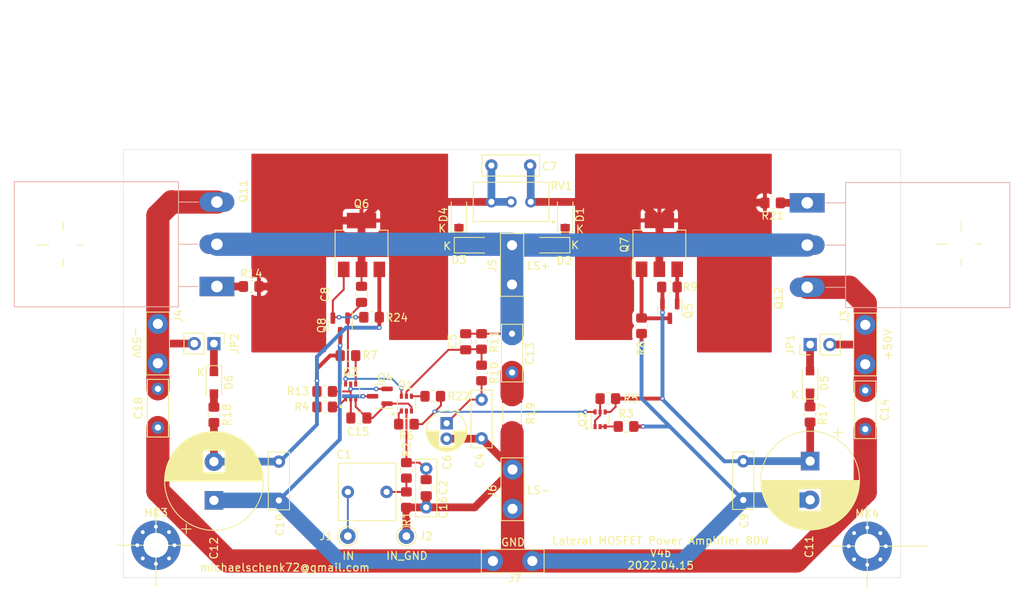
<source format=kicad_pcb>
(kicad_pcb (version 20211014) (generator pcbnew)
  (layers (0 "F.Cu" signal) (31 "B.Cu" signal) (34 "B.Paste" user) (35 "F.Paste" user) (36 "B.SilkS" user "B.Silkscreen") (37 "F.SilkS" user "F.Silkscreen") (38 "B.Mask" user) (39 "F.Mask" user) (44 "Edge.Cuts" user))
  (net 0 "")
  (net 1 "Net-(C1-Pad2)")
  (net 2 "Net-(C1-Pad1)")
  (net 3 "GND")
  (net 4 "Net-(C16-Pad1)")
  (net 5 "Net-(C4-Pad1)")
  (net 6 "Net-(C13-Pad1)")
  (net 7 "Net-(C7-Pad1)")
  (net 8 "Net-(C5-Pad2)")
  (net 9 "Net-(C11-Pad1)")
  (net 10 "Net-(C13-Pad2)")
  (net 11 "Net-(D1-Pad1)")
  (net 12 "Net-(D3-Pad1)")
  (net 13 "Net-(D5-Pad1)")
  (net 14 "Net-(D6-Pad2)")
  (net 15 "Net-(Q11-Pad1)")
  (net 16 "Net-(C14-Pad1)")
  (net 17 "Net-(Q1-Pad1)")
  (net 18 "Net-(C18-Pad2)")
  (net 19 "Net-(Q5-Pad3)")
  (net 20 "Net-(Q2-Pad2)")
  (net 21 "Net-(Q2-Pad1)")
  (net 22 "Net-(C8-Pad2)")
  (net 23 "Net-(C15-Pad1)")
  (net 24 "Net-(Q1-Pad4)")
  (net 25 "Net-(C15-Pad2)")
  (net 26 "Net-(D5-Pad2)")
  (net 27 "Net-(Q3-Pad1)")
  (net 28 "Net-(D6-Pad1)")
  (net 29 "Net-(Q5-Pad1)")
  (net 30 "Net-(Q2-Pad6)")
  (net 31 "Net-(Q12-Pad1)")
  (net 32 "Net-(Q3-Pad4)")
  (net 33 "Net-(Q6-Pad1)")
  (net 34 "Net-(C7-Pad2)")
  (net 35 "Net-(C10-Pad2)")
  (footprint "Capacitor_THT:C_Rect_L7.2mm_W7.2mm_P5.00mm_FKS2_FKP2_MKS2_MKP2" (layer "F.Cu") (at 143.19 88.7476 180)
    (fp_text reference "C1")
    (fp_text value "3.3uF")
  )
  (footprint "Capacitor_SMD:C_0805_2012Metric_Pad1.18x1.45mm_HandSolder" (layer "F.Cu") (at 148.3 88.2 -90)
    (fp_text reference "C2")
    (fp_text value "470p")
  )
  (footprint "Capacitor_THT:CP_Radial_D5.0mm_P2.00mm" (layer "F.Cu") (at 150.9395 79.883 -90)
    (fp_text reference "C4")
    (fp_text value "47u/16V")
  )
  (footprint "Capacitor_SMD:C_0805_2012Metric_Pad1.18x1.45mm_HandSolder" (layer "F.Cu") (at 153.4 69.3625 -90)
    (fp_text reference "C5")
    (fp_text value "10p")
  )
  (footprint "Capacitor_THT:C_Rect_L7.2mm_W2.5mm_P5.00mm_FKS2_FKP2_MKS2_MKP2" (layer "F.Cu") (at 155.448 76.835 -90)
    (fp_text reference "C6")
    (fp_text value "100n")
  )
  (footprint "Capacitor_THT:C_Rect_L7.2mm_W2.5mm_P5.00mm_FKS2_FKP2_MKS2_MKP2" (layer "F.Cu") (at 189.23 84.789 -90)
    (fp_text reference "C9")
    (fp_text value "100n")
  )
  (footprint "Capacitor_THT:CP_Radial_D12.5mm_P5.00mm" (layer "F.Cu") (at 197.866 84.7725 -90)
    (fp_text reference "C11")
    (fp_text value "220u/100V")
  )
  (footprint "Capacitor_THT:C_Rect_L7.2mm_W2.5mm_P5.00mm_FKS2_FKP2_MKS2_MKP2" (layer "F.Cu") (at 159.385 68.326 -90)
    (fp_text reference "C13")
    (fp_text value "22n")
  )
  (footprint "Diode_SMD:D_SOD-123" (layer "F.Cu") (at 166.243 52.958 90)
    (fp_text reference "D1")
    (fp_text value "1N914")
  )
  (footprint "Diode_SMD:D_SOD-123" (layer "F.Cu") (at 164.592 56.896 180)
    (fp_text reference "D2")
    (fp_text value "12V/0.5W")
  )
  (footprint "Diode_SMD:D_SOD-123" (layer "F.Cu") (at 154.178 56.896)
    (fp_text reference "D3")
    (fp_text value "1N914")
  )
  (footprint "Diode_SMD:D_SOD-123" (layer "F.Cu") (at 152.527 52.958 90)
    (fp_text reference "D4")
    (fp_text value "12V/0.5W")
  )
  (footprint "Diode_SMD:D_SOD-123F" (layer "F.Cu") (at 197.85 74.55 90)
    (fp_text reference "D5")
    (fp_text value "SM4002PL-TP")
  )
  (footprint "Connector_Pin:Pin_D1.0mm_L10.0mm" (layer "F.Cu") (at 138.19 94.4585)
    (fp_text reference "J1")
    (fp_text value "Conn_01x01")
  )
  (footprint "Connector_Pin:Pin_D1.0mm_L10.0mm" (layer "F.Cu") (at 145.7465 94.4585)
    (fp_text reference "J2")
    (fp_text value "Conn_01x01")
  )
  (footprint "kicad-snk:TE-726386-2_Pitch5.08mm_Drill1.3mm" (layer "F.Cu") (at 204.978 72.263 90)
    (fp_text reference "J3")
    (fp_text value "+50V")
  )
  (footprint "kicad-snk:TE-726386-2_Pitch5.08mm_Drill1.3mm" (layer "F.Cu") (at 159.385 56.896 -90)
    (fp_text reference "J5")
    (fp_text value "LS+")
  )
  (footprint "kicad-snk:TE-726386-2_Pitch5.08mm_Drill1.3mm" (layer "F.Cu") (at 159.4485 85.852 -90)
    (fp_text reference "J6")
    (fp_text value "LS-")
  )
  (footprint "kicad-snk:TE-726386-2_Pitch5.08mm_Drill1.3mm" (layer "F.Cu") (at 156.9212 97.663)
    (fp_text reference "J7")
    (fp_text value "GND")
  )
  (footprint "MountingHole:MountingHole_3.2mm_M3_Pad_Via" (layer "F.Cu") (at 113.411 95.631)
    (fp_text reference "MK3")
    (fp_text value "Mounting_Hole_PAD")
  )
  (footprint "MountingHole:MountingHole_3.2mm_M3_Pad_Via" (layer "F.Cu") (at 205.232 95.758)
    (fp_text reference "MK4")
    (fp_text value "Mounting_Hole_PAD")
  )
  (footprint "Resistor_SMD:R_0805_2012Metric_Pad1.20x1.40mm_HandSolder" (layer "F.Cu") (at 145.7465 89.7435 -90)
    (fp_text reference "R1")
    (fp_text value "33k")
  )
  (footprint "Resistor_SMD:R_0805_2012Metric_Pad1.20x1.40mm_HandSolder" (layer "F.Cu") (at 145.7465 85.9655 -90)
    (fp_text reference "R2")
    (fp_text value "470R")
  )
  (footprint "Resistor_SMD:R_0805_2012Metric_Pad1.20x1.40mm_HandSolder" (layer "F.Cu") (at 174.1 80.3)
    (fp_text reference "R3")
    (fp_text value "47k")
  )
  (footprint "Resistor_SMD:R_0805_2012Metric_Pad1.20x1.40mm_HandSolder" (layer "F.Cu") (at 171.75 76.7 180)
    (fp_text reference "R5")
    (fp_text value "180R")
  )
  (footprint "Resistor_SMD:R_0805_2012Metric_Pad1.20x1.40mm_HandSolder" (layer "F.Cu") (at 145.75 80 180)
    (fp_text reference "R6")
    (fp_text value "100R")
  )
  (footprint "Resistor_SMD:R_0805_2012Metric_Pad1.20x1.40mm_HandSolder" (layer "F.Cu") (at 155.448 73.39 -90)
    (fp_text reference "R10")
    (fp_text value "1k")
  )
  (footprint "Resistor_SMD:R_0805_2012Metric_Pad1.20x1.40mm_HandSolder" (layer "F.Cu") (at 155.448 69.326 -90)
    (fp_text reference "R11")
    (fp_text value "33k")
  )
  (footprint "Resistor_SMD:R_0805_2012Metric_Pad1.20x1.40mm_HandSolder" (layer "F.Cu") (at 125.714 62.23)
    (fp_text reference "R14")
    (fp_text value "220R")
  )
  (footprint "Resistor_SMD:R_0805_2012Metric_Pad1.20x1.40mm_HandSolder" (layer "F.Cu") (at 197.85 78.75 90)
    (fp_text reference "R17")
    (fp_text value "100R")
  )
  (footprint "Resistor_SMD:R_MELF_MMB-0207" (layer "F.Cu") (at 159.385 78.65 -90)
    (fp_text reference "R19")
    (fp_text value "6.8R/1W")
  )
  (footprint "Resistor_SMD:R_0805_2012Metric_Pad1.20x1.40mm_HandSolder" (layer "F.Cu") (at 193.024 51.435 180)
    (fp_text reference "R21")
    (fp_text value "220R")
  )
  (footprint "Capacitor_THT:C_Rect_L7.2mm_W2.5mm_P5.00mm_FKS2_FKP2_MKS2_MKP2" (layer "F.Cu") (at 204.978 75.645 -90)
    (fp_text reference "C14")
    (fp_text value "100n")
  )
  (footprint "Resistor_SMD:R_0805_2012Metric_Pad1.20x1.40mm_HandSolder" (layer "F.Cu") (at 120.9 78.8 -90)
    (fp_text reference "R18")
    (fp_text value "100R")
  )
  (footprint "Capacitor_THT:C_Rect_L7.2mm_W2.5mm_P5.00mm_FKS2_FKP2_MKS2_MKP2" (layer "F.Cu") (at 129.286 89.836 90)
    (fp_text reference "C10")
    (fp_text value "100n")
  )
  (footprint "Capacitor_THT:CP_Radial_D12.5mm_P5.00mm" (layer "F.Cu") (at 120.904 89.836 90)
    (fp_text reference "C12")
    (fp_text value "220u/100V")
  )
  (footprint "Resistor_SMD:R_0805_2012Metric_Pad1.20x1.40mm_HandSolder" (layer "F.Cu") (at 138.2 71.15 180)
    (fp_text reference "R7")
    (fp_text value "68")
  )
  (footprint "Resistor_SMD:R_0805_2012Metric_Pad1.20x1.40mm_HandSolder" (layer "F.Cu") (at 135.2 77.775 180)
    (fp_text reference "R4")
    (fp_text value "68")
  )
  (footprint "Package_TO_SOT_SMD:SOT-23" (layer "F.Cu") (at 179.75 65.4 -90)
    (fp_text reference "Q5")
    (fp_text value "BC856B")
  )
  (footprint "Package_TO_SOT_SMD:SOT-223-3_TabPin2" (layer "F.Cu") (at 139.954 56.871 90)
    (fp_text reference "Q6")
    (fp_text value "DZT5551")
  )
  (footprint "Package_TO_SOT_SMD:SOT-363_SC-70-6" (layer "F.Cu") (at 145.75 77.35 90)
    (fp_text reference "Q1")
    (fp_text value "BCM856BS,115")
  )
  (footprint "Package_TO_SOT_SMD:SOT-363_SC-70-6" (layer "F.Cu") (at 170.7515 79.3695 90)
    (fp_text reference "Q2")
    (fp_text value "BCM856BS,115")
  )
  (footprint "kicad-snk:TE-726386-2_Pitch5.08mm_Drill1.3mm" (layer "F.Cu") (at 113.665 72.136 90)
    (fp_text reference "J4")
    (fp_text value "-50V")
  )
  (footprint "Capacitor_THT:C_Rect_L7.2mm_W2.5mm_P5.00mm_FKS2_FKP2_MKS2_MKP2" (layer "F.Cu") (at 113.665 80.438 90)
    (fp_text reference "C18")
    (fp_text value "100n")
  )
  (footprint "Diode_SMD:D_SOD-123F" (layer "F.Cu") (at 120.9 74.65 -90)
    (fp_text reference "D6")
    (fp_text value "SM4002PL-TP")
  )
  (footprint "Capacitor_THT:C_Rect_L7.2mm_W2.5mm_P5.00mm_FKS2_FKP2_MKS2_MKP2" (layer "F.Cu") (at 156.718 46.609)
    (fp_text reference "C7")
    (fp_text value "100n")
  )
  (footprint "Potentiometer_THT:Potentiometer_Bourns_3296W_Vertical" (layer "F.Cu") (at 161.798 51.308)
    (fp_text reference "RV1")
    (fp_text value "200R")
  )
  (footprint "Resistor_SMD:R_0805_2012Metric_Pad1.20x1.40mm_HandSolder" (layer "F.Cu") (at 179.7 62.3)
    (fp_text reference "R9")
    (fp_text value "75R")
  )
  (footprint "Package_TO_SOT_SMD:SOT-363_SC-70-6" (layer "F.Cu") (at 138.55 75.775 90)
    (fp_text reference "Q3")
    (fp_text value "BCM846BS,115")
  )
  (footprint "Capacitor_THT:C_Rect_L7.2mm_W2.5mm_P5.00mm_FKS2_FKP2_MKS2_MKP2" (layer "F.Cu") (at 148.3 85.7375 -90)
    (fp_text reference "C16")
    (fp_text value "1n")
  )
  (footprint "Resistor_SMD:R_0805_2012Metric_Pad1.20x1.40mm_HandSolder" (layer "F.Cu") (at 149.15 76.4 180)
    (fp_text reference "R22")
    (fp_text value "100R")
  )
  (footprint "Resistor_SMD:R_0805_2012Metric_Pad1.20x1.40mm_HandSolder" (layer "F.Cu") (at 141.25 66.2)
    (fp_text reference "R24")
    (fp_text value "1k")
  )
  (footprint "Capacitor_SMD:C_0805_2012Metric_Pad1.18x1.45mm_HandSolder" (layer "F.Cu") (at 139.6125 79.2 180)
    (fp_text reference "C15")
    (fp_text value "1n")
  )
  (footprint "Package_TO_SOT_SMD:SOT-223-3_TabPin2" (layer "F.Cu") (at 178.4 56.85 90)
    (fp_text reference "Q7")
    (fp_text value "DZT5401")
  )
  (footprint "Capacitor_SMD:C_0805_2012Metric_Pad1.18x1.45mm_HandSolder" (layer "F.Cu") (at 139.954 63.2421 -90)
    (fp_text reference "C8")
    (fp_text value "27p")
  )
  (footprint "Resistor_SMD:R_0805_2012Metric_Pad1.20x1.40mm_HandSolder" (layer "F.Cu") (at 135.2 75.775 180)
    (fp_text reference "R13")
    (fp_text value "1k")
  )
  (footprint "Package_TO_SOT_SMD:SOT-23" (layer "F.Cu") (at 142.3125 76.4 180)
    (fp_text reference "Q4")
    (fp_text value "BC846B")
  )
  (footprint "Connector_PinHeader_2.54mm:PinHeader_1x02_P2.54mm_Vertical" (layer "F.Cu") (at 197.866 69.723 90)
    (fp_text reference "JP1")
    (fp_text value "Jump")
  )
  (footprint "Package_TO_SOT_SMD:SOT-23" (layer "F.Cu") (at 137.2 67.25 -90)
    (fp_text reference "Q8")
    (fp_text value "BC846B")
  )
  (footprint "Connector_PinHeader_2.54mm:PinHeader_1x02_P2.54mm_Vertical" (layer "F.Cu") (at 120.904 69.596 -90)
    (fp_text reference "JP2")
    (fp_text value "Jump")
  )
  (footprint "Resistor_SMD:R_0805_2012Metric_Pad1.20x1.40mm_HandSolder" (layer "F.Cu") (at 176.1 67.3 -90)
    (fp_text reference "R8")
    (fp_text value "47k")
  )
  (footprint "Package_TO_SOT_THT:TO-247-3_Horizontal_TabUp" (layer "B.Cu") (at 121.285 62.23 90)
    (fp_text reference "Q11")
    (fp_text value "ECX10P20")
  )
  (footprint "Package_TO_SOT_THT:TO-247-3_Horizontal_TabUp" (layer "B.Cu") (at 197.485 51.435 -90)
    (fp_text reference "Q12")
    (fp_text value "ECX10N20")
  )
  (gr_line (start 98.1075 56.896) (end 104.0765 56.896) (layer "F.SilkS") (width 0.12))
  (gr_line (start 101.4095 53.9115) (end 101.4095 59.6265) (layer "F.SilkS") (width 0.12))
  (gr_line (start 213.106 95.758) (end 200.533 95.758) (layer "F.SilkS") (width 0.12))
  (gr_line (start 117.983 95.631) (end 108.331 95.631) (layer "F.SilkS") (width 0.12))
  (gr_line (start 205.232 101.219) (end 205.232 90.551) (layer "F.SilkS") (width 0.12))
  (gr_line (start 217.3605 53.7845) (end 217.3605 59.4995) (layer "F.SilkS") (width 0.12))
  (gr_line (start 214.0585 56.769) (end 220.0275 56.769) (layer "F.SilkS") (width 0.12))
  (gr_line (start 113.411 90.551) (end 113.411 100.838) (layer "F.SilkS") (width 0.12))
  (gr_line (start 113.411 100.838) (end 113.538 100.711) (layer "F.SilkS") (width 0.12))
  (gr_line (start 109.22 99.822) (end 209.55 99.822) (layer "Edge.Cuts") (width 0.05))
  (gr_line (start 109.22 44.577) (end 109.22 99.822) (layer "Edge.Cuts") (width 0.05))
  (gr_line (start 209.55 44.577) (end 209.55 99.822) (layer "Edge.Cuts") (width 0.05))
  (gr_line (start 109.22 44.577) (end 209.55 44.577) (layer "Edge.Cuts") (width 0.05))
  (gr_text "GND" (at 159.512 95.25) (layer "F.SilkS") (effects (font (size 1 1))))
  (gr_text "-50V" (at 110.871 69.469 -90) (layer "F.SilkS") (effects (font (size 1 1))))
  (gr_text "°" (at 164.7 54.3) (layer "F.SilkS") (effects (font (size 1 1))))
  (gr_text "°" (at 169.037 80.957) (layer "F.SilkS") (effects (font (size 1 1))))
  (gr_text "°" (at 144.018 79.121) (layer "F.SilkS") (effects (font (size 1 1))))
  (gr_text "IN" (at 138.25 97) (layer "F.SilkS") (effects (font (size 1 1))))
  (gr_text "LS+" (at 162.814 59.563) (layer "F.SilkS") (effects (font (size 1 1))))
  (gr_text "K" (at 119.2 73.3) (layer "F.SilkS") (effects (font (size 1 1))))
  (gr_text "+50V" (at 207.899 69.723 90) (layer "F.SilkS") (effects (font (size 1 1))))
  (gr_text "IN_GND" (at 145.81 96.9985) (layer "F.SilkS") (effects (font (size 1 1))))
  (gr_text "°" (at 137.287 78.105) (layer "F.SilkS") (effects (font (size 1 1))))
  (gr_text "K" (at 167.513 56.896) (layer "F.SilkS") (effects (font (size 1 1))))
  (gr_text "michaelschenk72@gmail.com" (at 130.05 98.5) (layer "F.SilkS") (effects (font (size 1 1))))
  (gr_text "K" (at 195.9 76.25) (layer "F.SilkS") (effects (font (size 1 1))))
  (gr_text "K" (at 151.003 57.023) (layer "F.SilkS") (effects (font (size 1 1))))
  (gr_text "Lateral MOSFET Power Amplifier 80W\nV4b\n2022.04.15" (at 178.562 96.647) (layer "F.SilkS") (effects (font (size 1 1))))
  (gr_text "K" (at 168.148 54.864) (layer "F.SilkS") (effects (font (size 1 1))))
  (gr_text "K" (at 150.368 54.737) (layer "F.SilkS") (effects (font (size 1 1))))
  (gr_text "LS-" (at 162.814 88.519) (layer "F.SilkS") (effects (font (size 1 1))))
  (segment (start 138.19 94.4585) (end 138.19 88.7476) (width 0.25) (layer "B.Cu") (net 1))
  (segment (start 143.19 88.7476) (end 145.7424 88.7476) (width 0.25) (layer "F.Cu") (net 2))
  (segment (start 145.7465 88.7435) (end 145.7465 86.9655) (width 0.25) (layer "F.Cu") (net 2))
  (segment (start 150.9395 81.883) (end 155.4 81.883) (width 1) (layer "F.Cu") (net 3))
  (segment (start 156.9212 97.663) (end 122.695002 97.663) (width 3) (layer "F.Cu") (net 3))
  (segment (start 148.3 90.7375) (end 154.563 90.7375) (width 1) (layer "F.Cu") (net 3))
  (segment (start 204.978 88.759998) (end 204.978 80.645) (width 3) (layer "F.Cu") (net 3))
  (segment (start 145.7465 90.7435) (end 148.652 90.7435) (width 1) (layer "F.Cu") (net 3))
  (segment (start 148.3 90.7375) (end 148.3 89.2375) (width 1) (layer "F.Cu") (net 3))
  (segment (start 160.528 97.663) (end 156.9212 97.663) (width 3) (layer "F.Cu") (net 3))
  (segment (start 154.563 90.7375) (end 159.4485 85.852) (width 1) (layer "F.Cu") (net 3))
  (segment (start 159.4485 85.8355) (end 155.448 81.835) (width 1) (layer "F.Cu") (net 3))
  (segment (start 137.2 68.1875) (end 137.2 69.85) (width 0.5) (layer "F.Cu") (net 3))
  (segment (start 196.074998 97.663) (end 204.978 88.759998) (width 3) (layer "F.Cu") (net 3))
  (segment (start 159.4485 96.5835) (end 160.528 97.663) (width 3) (layer "F.Cu") (net 3))
  (segment (start 113.665 80.438) (end 113.665 88.632998) (width 3) (layer "F.Cu") (net 3))
  (segment (start 162.0012 97.663) (end 196.074998 97.663) (width 3) (layer "F.Cu") (net 3))
  (segment (start 159.385 81.1) (end 159.385 85.7885) (width 3) (layer "F.Cu") (net 3))
  (segment (start 175.1 80.3) (end 176.3 80.3) (width 0.5) (layer "F.Cu") (net 3))
  (segment (start 162.0012 97.663) (end 160.528 97.663) (width 3) (layer "F.Cu") (net 3))
  (segment (start 159.4485 90.932) (end 159.4485 96.5835) (width 3) (layer "F.Cu") (net 3))
  (segment (start 176.1 68.3) (end 176.1 69.5) (width 0.5) (layer "F.Cu") (net 3))
  (segment (start 113.665 88.632998) (end 122.695002 97.663) (width 3) (layer "F.Cu") (net 3))
  (segment (start 145.7465 94.4585) (end 145.7465 90.7435) (width 1) (layer "F.Cu") (net 3))
  (segment (start 141.375 76.4) (end 140.15 76.4) (width 0.25) (layer "F.Cu") (net 3))
  (segment (start 159.4485 85.852) (end 159.4485 90.932) (width 3) (layer "F.Cu") (net 3))
  (via (at 140.15 76.4) (size 0.6) (drill 0.3) (layers "F.Cu" "B.Cu") (net 3))
  (via (at 176.3 80.3) (size 0.6) (drill 0.3) (layers "F.Cu" "B.Cu") (net 3))
  (via (at 176.1 69.5) (size 0.6) (drill 0.3) (layers "F.Cu" "B.Cu") (net 3))
  (via (at 137.2 69.85) (size 0.6) (drill 0.3) (layers "F.Cu" "B.Cu") (net 3))
  (segment (start 137.150978 76.4) (end 137.150489 76.399511) (width 0.5) (layer "B.Cu") (net 3))
  (segment (start 137.150489 69.899511) (end 137.150489 76.399511) (width 0.5) (layer "B.Cu") (net 3))
  (segment (start 162.0012 97.663) (end 181.356 97.663) (width 2) (layer "B.Cu") (net 3))
  (segment (start 181.356 97.663) (end 189.23 89.789) (width 2) (layer "B.Cu") (net 3))
  (segment (start 179.65 80.3) (end 179.6955 80.2545) (width 0.5) (layer "B.Cu") (net 3))
  (segment (start 176.1 76.659) (end 176.1 69.5) (width 0.5) (layer "B.Cu") (net 3))
  (segment (start 176.3 80.3) (end 179.65 80.3) (width 0.5) (layer "B.Cu") (net 3))
  (segment (start 129.286 89.836) (end 137.15 97.7) (width 2) (layer "B.Cu") (net 3))
  (segment (start 156.9212 97.663) (end 137.187 97.663) (width 2) (layer "B.Cu") (net 3))
  (segment (start 137.150489 81.971511) (end 129.286 89.836) (width 0.5) (layer "B.Cu") (net 3))
  (segment (start 137.2 69.85) (end 137.150489 69.899511) (width 0.5) (layer "B.Cu") (net 3))
  (segment (start 189.23 89.789) (end 197.8495 89.789) (width 2) (layer "B.Cu") (net 3))
  (segment (start 189.23 89.789) (end 179.6955 80.2545) (width 0.5) (layer "B.Cu") (net 3))
  (segment (start 137.150489 76.399511) (end 137.150489 81.971511) (width 0.5) (layer "B.Cu") (net 3))
  (segment (start 137.187 97.663) (end 137.15 97.7) (width 2) (layer "B.Cu") (net 3))
  (segment (start 140.15 76.4) (end 137.150978 76.4) (width 0.5) (layer "B.Cu") (net 3))
  (segment (start 129.286 89.836) (end 120.904 89.836) (width 2) (layer "B.Cu") (net 3))
  (segment (start 179.6955 80.2545) (end 176.1 76.659) (width 0.5) (layer "B.Cu") (net 3))
  (segment (start 147.428 84.9655) (end 148.2 85.7375) (width 0.25) (layer "F.Cu") (net 4))
  (segment (start 148.3 87.1625) (end 148.3 85.7375) (width 0.25) (layer "F.Cu") (net 4))
  (segment (start 145.7465 84.9655) (end 145.7465 80.615993) (width 0.25) (layer "F.Cu") (net 4))
  (segment (start 145.7465 84.9655) (end 147.428 84.9655) (width 0.25) (layer "F.Cu") (net 4))
  (segment (start 145.7465 80.615993) (end 145.75 80.612493) (width 0.25) (layer "F.Cu") (net 4))
  (segment (start 145.75 78.3) (end 145.75 80.612493) (width 0.25) (layer "F.Cu") (net 4))
  (segment (start 155.448 76.835) (end 153.9875 76.835) (width 0.25) (layer "F.Cu") (net 5))
  (segment (start 153.9875 76.835) (end 150.9395 79.883) (width 0.25) (layer "F.Cu") (net 5))
  (segment (start 155.448 76.835) (end 155.448 74.39) (width 0.25) (layer "F.Cu") (net 5))
  (segment (start 155.448 68.326) (end 153.401 68.326) (width 0.25) (layer "F.Cu") (net 6))
  (segment (start 162.942 56.896) (end 159.385 56.896) (width 1) (layer "F.Cu") (net 6))
  (segment (start 159.385 68.326) (end 155.448 68.326) (width 0.25) (layer "F.Cu") (net 6))
  (segment (start 155.828 56.896) (end 159.385 56.896) (width 1) (layer "F.Cu") (net 6))
  (segment (start 159.385 61.976) (end 159.385 68.326) (width 3) (layer "B.Cu") (net 6))
  (segment (start 159.396 56.885) (end 197.485 56.885) (width 3) (layer "B.Cu") (net 6))
  (segment (start 159.385 56.896) (end 159.385 61.976) (width 3) (layer "B.Cu") (net 6))
  (segment (start 159.269 56.78) (end 121.285 56.78) (width 3) (layer "B.Cu") (net 6))
  (segment (start 128.27 62.23) (end 126.714 62.23) (width 1) (layer "F.Cu") (net 7))
  (segment (start 139.954 62.2046) (end 139.954 60.021) (width 0.25) (layer "F.Cu") (net 7))
  (segment (start 139.954 60.021) (end 139.954 53.721) (width 1) (layer "F.Cu") (net 7))
  (segment (start 156.718 51.308) (end 152.527 51.308) (width 1) (layer "F.Cu") (net 7))
  (segment (start 136.779 53.721) (end 128.27 62.23) (width 1) (layer "F.Cu") (net 7))
  (segment (start 152.527 51.308) (end 142.367 51.308) (width 1) (layer "F.Cu") (net 7))
  (segment (start 142.367 51.308) (end 139.954 53.721) (width 1) (layer "F.Cu") (net 7))
  (segment (start 139.954 53.721) (end 136.779 53.721) (width 1) (layer "F.Cu") (net 7))
  (segment (start 159.258 51.308) (end 156.718 51.308) (width 1) (layer "B.Cu") (net 7))
  (segment (start 156.718 51.308) (end 156.718 46.609) (width 1) (layer "B.Cu") (net 7))
  (segment (start 155.448 72.39) (end 155.448 70.326) (width 0.25) (layer "F.Cu") (net 8))
  (segment (start 151.175 70.4) (end 153.4 70.4) (width 0.25) (layer "F.Cu") (net 8))
  (segment (start 145.75 76.4) (end 145.75 75.825) (width 0.25) (layer "F.Cu") (net 8))
  (segment (start 155.448 70.326) (end 153.474 70.326) (width 0.25) (layer "F.Cu") (net 8))
  (segment (start 145.75 75.825) (end 151.175 70.4) (width 0.25) (layer "F.Cu") (net 8))
  (segment (start 178.8 64.4625) (end 178.8 65.588) (width 0.5) (layer "F.Cu") (net 9))
  (segment (start 172.0805 78.4195) (end 171.4015 78.4195) (width 0.25) (layer "F.Cu") (net 9))
  (segment (start 172.75 77.75) (end 172.0805 78.4195) (width 0.25) (layer "F.Cu") (net 9))
  (segment (start 197.866 84.7725) (end 197.866 79.766) (width 1) (layer "F.Cu") (net 9))
  (segment (start 172.75 76.7) (end 172.75 77.75) (width 0.25) (layer "F.Cu") (net 9))
  (segment (start 172.75 76.7) (end 178.8 76.7) (width 0.5) (layer "F.Cu") (net 9))
  (segment (start 178.8 64.4625) (end 178.8 62.4) (width 0.5) (layer "F.Cu") (net 9))
  (via (at 178.8 76.7) (size 0.6) (drill 0.3) (layers "F.Cu" "B.Cu") (net 9))
  (via (at 178.8 65.588) (size 0.6) (drill 0.3) (layers "F.Cu" "B.Cu") (net 9))
  (segment (start 178.8 65.588) (end 178.8 76.7) (width 0.5) (layer "B.Cu") (net 9))
  (segment (start 189.23 84.789) (end 186.789 84.789) (width 0.5) (layer "B.Cu") (net 9))
  (segment (start 197.866 84.7725) (end 189.2465 84.7725) (width 1) (layer "B.Cu") (net 9))
  (segment (start 186.789 84.789) (end 178.75 76.75) (width 0.5) (layer "B.Cu") (net 9))
  (segment (start 178.8 76.7) (end 178.75 76.75) (width 0.5) (layer "B.Cu") (net 9))
  (segment (start 159.385 73.326) (end 159.385 76.2) (width 3) (layer "F.Cu") (net 10))
  (segment (start 166.243 56.895) (end 166.242 56.896) (width 1) (layer "F.Cu") (net 11))
  (segment (start 166.243 54.608) (end 166.243 56.895) (width 1) (layer "F.Cu") (net 11))
  (segment (start 152.528 56.896) (end 152.528 54.609) (width 1) (layer "F.Cu") (net 12))
  (segment (start 152.528 54.609) (end 152.527 54.608) (width 1) (layer "F.Cu") (net 12))
  (segment (start 197.85 77.75) (end 197.85 75.95) (width 1) (layer "F.Cu") (net 13))
  (segment (start 120.9 77.8) (end 120.9 76.05) (width 1) (layer "F.Cu") (net 14))
  (segment (start 121.285 62.23) (end 124.714 62.23) (width 1) (layer "F.Cu") (net 15))
  (segment (start 202.924 62.335) (end 197.485 62.335) (width 3) (layer "F.Cu") (net 16))
  (segment (start 200.406 69.723) (end 204.597 69.723) (width 1) (layer "F.Cu") (net 16))
  (segment (start 204.597 69.723) (end 204.978 70.104) (width 1) (layer "F.Cu") (net 16))
  (segment (start 204.978 67.183) (end 204.978 70.104) (width 3) (layer "F.Cu") (net 16))
  (segment (start 204.978 72.263) (end 204.978 75.645) (width 3) (layer "F.Cu") (net 16))
  (segment (start 204.978 70.104) (end 204.978 72.263) (width 3) (layer "F.Cu") (net 16))
  (segment (start 204.978 64.389) (end 202.924 62.335) (width 3) (layer "F.Cu") (net 16))
  (segment (start 204.978 67.183) (end 204.978 64.389) (width 3) (layer "F.Cu") (net 16))
  (segment (start 144.75 80) (end 144.75 78.65) (width 0.25) (layer "F.Cu") (net 17))
  (segment (start 144.75 78.65) (end 145.1 78.3) (width 0.25) (layer "F.Cu") (net 17))
  (segment (start 114.554 69.596) (end 113.665 70.485) (width 1) (layer "F.Cu") (net 18))
  (segment (start 113.665 53.086) (end 115.443 51.308) (width 3) (layer "F.Cu") (net 18))
  (segment (start 113.665 75.438) (end 113.665 72.136) (width 3) (layer "F.Cu") (net 18))
  (segment (start 113.665 72.136) (end 113.665 70.485) (width 3) (layer "F.Cu") (net 18))
  (segment (start 113.665 70.485) (end 113.665 67.056) (width 3) (layer "F.Cu") (net 18))
  (segment (start 113.665 67.056) (end 113.665 53.086) (width 3) (layer "F.Cu") (net 18))
  (segment (start 115.465 51.33) (end 121.285 51.33) (width 3) (layer "F.Cu") (net 18))
  (segment (start 115.443 51.308) (end 115.465 51.33) (width 3) (layer "F.Cu") (net 18))
  (segment (start 118.364 69.596) (end 114.554 69.596) (width 1) (layer "F.Cu") (net 18))
  (segment (start 179.75 66.3375) (end 176.1375 66.3375) (width 0.5) (layer "F.Cu") (net 19))
  (segment (start 176.1 66.3) (end 176.1 60) (width 0.5) (layer "F.Cu") (net 19))
  (segment (start 173.1 80.3) (end 171.421 80.3) (width 0.25) (layer "F.Cu") (net 20))
  (segment (start 170.7515 80.3195) (end 171.4015 80.3195) (width 0.25) (layer "F.Cu") (net 20))
  (segment (start 170.7515 78.879502) (end 170.7515 78.4195) (width 0.25) (layer "F.Cu") (net 21))
  (segment (start 170.7515 78.4195) (end 170.7515 76.7015) (width 0.25) (layer "F.Cu") (net 21))
  (segment (start 170.1015 80.3195) (end 170.1015 79.529502) (width 0.25) (layer "F.Cu") (net 21))
  (segment (start 170.1015 79.529502) (end 170.7515 78.879502) (width 0.25) (layer "F.Cu") (net 21))
  (segment (start 137.9 73.425) (end 138.2 73.125) (width 0.25) (layer "F.Cu") (net 22))
  (segment (start 139.954 64.5085) (end 138.15 66.3125) (width 0.25) (layer "F.Cu") (net 22))
  (segment (start 137.9 74.15) (end 137.9 73.425) (width 0.25) (layer "F.Cu") (net 22))
  (segment (start 138.2 73.125) (end 138.2 66.3625) (width 0.25) (layer "F.Cu") (net 22))
  (segment (start 145.1 76.4) (end 145.1 75.35) (width 0.25) (layer "F.Cu") (net 22))
  (segment (start 137.9 74.825) (end 137.9 74.15) (width 0.25) (layer "F.Cu") (net 22))
  (via (at 137.9 74.15) (size 0.6) (drill 0.3) (layers "F.Cu" "B.Cu") (net 22))
  (via (at 145.1 75.35) (size 0.6) (drill 0.3) (layers "F.Cu" "B.Cu") (net 22))
  (segment (start 143.9 74.15) (end 137.9 74.15) (width 0.25) (layer "B.Cu") (net 22))
  (segment (start 145.1 75.35) (end 143.9 74.15) (width 0.25) (layer "B.Cu") (net 22))
  (segment (start 141.4 79.2) (end 140.65 79.2) (width 0.25) (layer "F.Cu") (net 23))
  (segment (start 143.25 77.35) (end 141.4 79.2) (width 0.25) (layer "F.Cu") (net 23))
  (segment (start 145.974022 77.35) (end 146.4 77.775978) (width 0.25) (layer "F.Cu") (net 23))
  (segment (start 146.4 77.775978) (end 146.4 78.3) (width 0.25) (layer "F.Cu") (net 23))
  (segment (start 139.2 76.725) (end 139.2 77.75) (width 0.25) (layer "F.Cu") (net 23))
  (segment (start 139.2 77.75) (end 140.65 79.2) (width 0.25) (layer "F.Cu") (net 23))
  (segment (start 143.25 77.35) (end 145.974022 77.35) (width 0.25) (layer "F.Cu") (net 23))
  (segment (start 148.15 76.4) (end 146.4 76.4) (width 0.25) (layer "F.Cu") (net 24))
  (segment (start 138.55 75.75) (end 138.55 74.825) (width 0.25) (layer "F.Cu") (net 25))
  (segment (start 138.55 75.775) (end 138.55 75.75) (width 0.25) (layer "F.Cu") (net 25))
  (segment (start 138.55 76.725) (end 138.55 75.775) (width 0.25) (layer "F.Cu") (net 25))
  (segment (start 143.25 75.45) (end 141.85 75.45) (width 0.25) (layer "F.Cu") (net 25))
  (segment (start 136.2 75.775) (end 138.55 75.775) (width 0.25) (layer "F.Cu") (net 25))
  (segment (start 138.575 79.2) (end 138.575 76.75) (width 0.25) (layer "F.Cu") (net 25))
  (via (at 141.85 75.45) (size 0.6) (drill 0.3) (layers "F.Cu" "B.Cu") (net 25))
  (via (at 138.55 75.45) (size 0.6) (drill 0.3) (layers "F.Cu" "B.Cu") (net 25))
  (segment (start 141.85 75.45) (end 138.55 75.45) (width 0.25) (layer "B.Cu") (net 25))
  (segment (start 197.85 73.15) (end 197.85 69.739) (width 1) (layer "F.Cu") (net 26))
  (segment (start 136.2 77.775) (end 136.85 77.775) (width 0.25) (layer "F.Cu") (net 27))
  (segment (start 136.85 77.775) (end 137.9 76.725) (width 0.25) (layer "F.Cu") (net 27))
  (segment (start 120.9 73.25) (end 120.9 69.6) (width 1) (layer "F.Cu") (net 28))
  (segment (start 180.7 64.4625) (end 180.7 62.3) (width 0.5) (layer "F.Cu") (net 29))
  (segment (start 180.7 62.3) (end 180.7 60) (width 0.5) (layer "F.Cu") (net 29))
  (segment (start 170.1015 78.4195) (end 168.849 78.4195) (width 0.25) (layer "F.Cu") (net 30))
  (segment (start 168.849 78.4195) (end 168.8465 78.417) (width 0.25) (layer "F.Cu") (net 30))
  (segment (start 146.75 80) (end 147.8 80) (width 0.25) (layer "F.Cu") (net 30))
  (segment (start 150.2 77.6) (end 150.2 76.45) (width 0.25) (layer "F.Cu") (net 30))
  (segment (start 149.4 78.4) (end 150.2 77.6) (width 0.25) (layer "F.Cu") (net 30))
  (segment (start 147.8 80) (end 149.4 78.4) (width 0.25) (layer "F.Cu") (net 30))
  (via (at 168.8465 78.417) (size 0.6) (drill 0.3) (layers "F.Cu" "B.Cu") (net 30))
  (via (at 149.4 78.4) (size 0.6) (drill 0.3) (layers "F.Cu" "B.Cu") (net 30))
  (segment (start 168.8295 78.4) (end 168.8465 78.417) (width 0.25) (layer "B.Cu") (net 30))
  (segment (start 149.4 78.4) (end 168.8295 78.4) (width 0.25) (layer "B.Cu") (net 30))
  (segment (start 197.485 51.435) (end 194.024 51.435) (width 1) (layer "F.Cu") (net 31))
  (segment (start 139.2 74.825) (end 139.2 71.15) (width 0.25) (layer "F.Cu") (net 32))
  (segment (start 137.654 62.625) (end 136.25 64.029) (width 0.25) (layer "F.Cu") (net 33))
  (segment (start 137.654 60.021) (end 137.654 62.625) (width 0.25) (layer "F.Cu") (net 33))
  (segment (start 136.25 64.029) (end 136.25 66.3125) (width 0.25) (layer "F.Cu") (net 33))
  (segment (start 137.05 66.2) (end 136.3625 66.2) (width 0.25) (layer "F.Cu") (net 33))
  (segment (start 140.25 66.2) (end 139.2 66.2) (width 0.25) (layer "F.Cu") (net 33))
  (via (at 137.05 66.2) (size 0.6) (drill 0.3) (layers "F.Cu" "B.Cu") (net 33))
  (via (at 139.2 66.2) (size 0.6) (drill 0.3) (layers "F.Cu" "B.Cu") (net 33))
  (segment (start 139.2 66.2) (end 137.05 66.2) (width 0.25) (layer "B.Cu") (net 33))
  (segment (start 166.243 51.308) (end 161.798 51.308) (width 1) (layer "F.Cu") (net 34))
  (segment (start 178.4 53.7) (end 180.7 51.4) (width 1) (layer "F.Cu") (net 34))
  (segment (start 176.008 51.308) (end 178.4 53.7) (width 1) (layer "F.Cu") (net 34))
  (segment (start 166.243 51.308) (end 176.008 51.308) (width 1) (layer "F.Cu") (net 34))
  (segment (start 180.7 51.4) (end 191.989 51.4) (width 1) (layer "F.Cu") (net 34))
  (segment (start 178.4 60) (end 178.4 53.7) (width 1) (layer "F.Cu") (net 34))
  (segment (start 161.798 51.308) (end 161.798 46.689) (width 1) (layer "B.Cu") (net 34))
  (segment (start 135.9 71.15) (end 137.2 71.15) (width 0.5) (layer "F.Cu") (net 35))
  (segment (start 134.2 74.4) (end 134.2 72.85) (width 0.5) (layer "F.Cu") (net 35))
  (segment (start 134.2 72.85) (end 135.9 71.15) (width 0.5) (layer "F.Cu") (net 35))
  (segment (start 134.2 75.775) (end 134.2 77.775) (width 0.5) (layer "F.Cu") (net 35))
  (segment (start 120.904 84.836) (end 120.904 79.804) (width 1) (layer "F.Cu") (net 35))
  (segment (start 134.2 75.775) (end 134.2 74.4) (width 0.5) (layer "F.Cu") (net 35))
  (segment (start 142.25 66.2) (end 142.25 67.55) (width 0.5) (layer "F.Cu") (net 35))
  (segment (start 142.254 66.196) (end 142.254 60.021) (width 0.5) (layer "F.Cu") (net 35))
  (via (at 134.2 74.4) (size 0.6) (drill 0.3) (layers "F.Cu" "B.Cu") (net 35))
  (via (at 142.25 67.55) (size 0.6) (drill 0.3) (layers "F.Cu" "B.Cu") (net 35))
  (segment (start 142.25 67.55) (end 137.95 67.55) (width 0.5) (layer "B.Cu") (net 35))
  (segment (start 137.95 67.55) (end 134.2 71.3) (width 0.5) (layer "B.Cu") (net 35))
  (segment (start 129.286 84.836) (end 120.904 84.836) (width 1) (layer "B.Cu") (net 35))
  (segment (start 134.2 80.05) (end 129.414 84.836) (width 0.5) (layer "B.Cu") (net 35))
  (segment (start 134.2 74.4) (end 134.2 80.05) (width 0.5) (layer "B.Cu") (net 35))
  (segment (start 134.2 71.3) (end 134.2 74.4) (width 0.5) (layer "B.Cu") (net 35))
  (zone (net 7) (net_name "Net-(C7-Pad1)") (layer "F.Cu") (connect_pads (clearance 0.508)) (min_thickness 0.254) (fill yes (thermal_gap 0.508) (thermal_bridge_width 0.508))
    (polygon (pts (xy 151.13 69.135) (xy 143.51 69.135) (xy 143.51 58.42) (xy 135.39 58.42) (xy 135.39 70.739) (xy 125.73 70.739) (xy 125.73 44.577) (xy 151.13 44.577)))
  )
  (zone (net 34) (net_name "Net-(C7-Pad2)") (layer "F.Cu") (connect_pads (clearance 0.508)) (min_thickness 0.254) (fill yes (thermal_gap 0.508) (thermal_bridge_width 0.508))
    (polygon (pts (xy 167.513 69.135) (xy 175.133 69.135) (xy 175.133 58.42) (xy 183.253 58.42) (xy 183.253 70.739) (xy 192.913 70.739) (xy 192.913 44.577) (xy 167.513 44.577)))
  )
)
</source>
